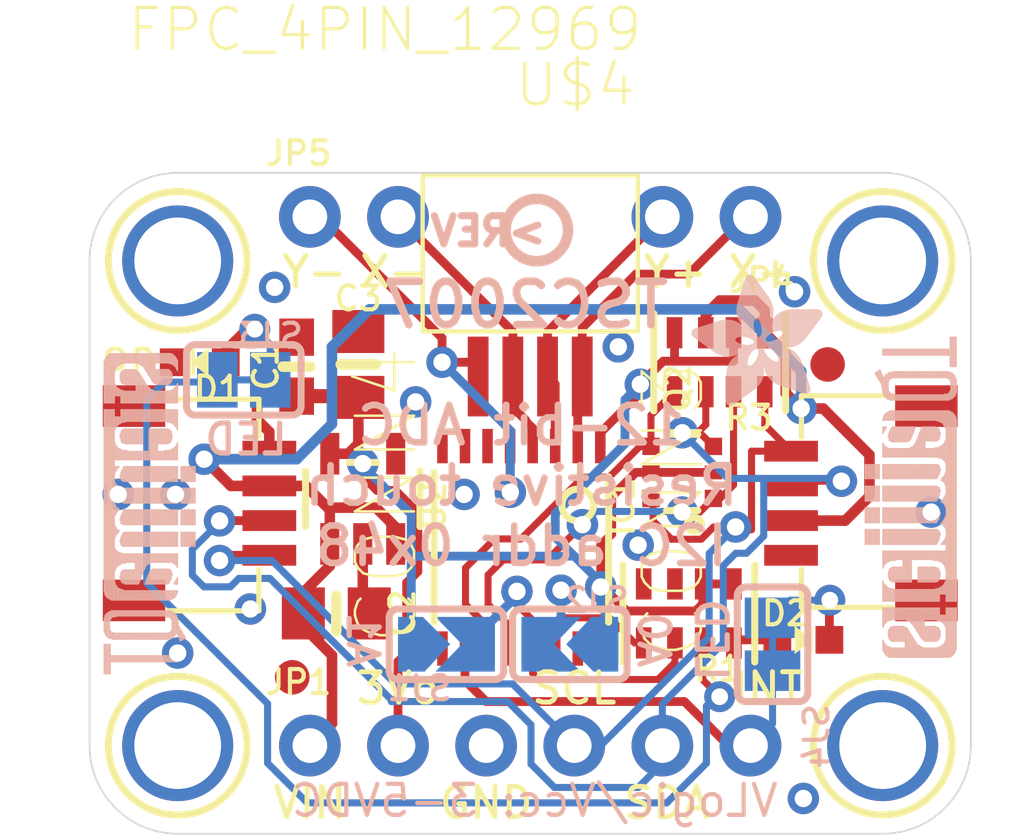
<source format=kicad_pcb>
(kicad_pcb (version 20211014) (generator pcbnew)
  (layers (0 "F.Cu" signal) (31 "B.Cu" signal) (34 "B.Paste" user) (35 "F.Paste" user) (36 "B.SilkS" user "B.Silkscreen") (37 "F.SilkS" user "F.Silkscreen") (38 "B.Mask" user) (39 "F.Mask" user) (44 "Edge.Cuts" user))
  (net 0 "")
  (net 1 "GND")
  (net 2 "SDA")
  (net 3 "SCL")
  (net 4 "SCL_3V")
  (net 5 "SDA_3V")
  (net 6 "3.3V")
  (net 7 "INT")
  (net 8 "VCC")
  (net 9 "N$1")
  (net 10 "Y+")
  (net 11 "Y-")
  (net 12 "X+")
  (net 13 "X-")
  (net 14 "A1")
  (net 15 "A0")
  (net 16 "N$2")
  (net 17 "N$3")
  (net 18 "N$4")
  (footprint "boardEagle:0603-NO" (layer "F.Cu") (at 141.7701 101.0666 90)
    (fp_text reference "C1" (at -0.762 -0.889 90) (layer "F.SilkS") (effects (font (size 0.692831 0.692831) (thickness 0.119969)) (justify left)))
    (fp_text value "0.1uF")
    (pad "1" smd rect (at -0.85 0 90) (size 1.075 1) (layers "F.Cu" "F.Paste" "F.Mask") (net 6 "3.3V"))
    (pad "2" smd rect (at 0.85 0 90) (size 1.075 1) (layers "F.Cu" "F.Paste" "F.Mask") (net 1 "GND"))
  )
  (footprint "boardEagle:RESPACK_4X0603" (layer "F.Cu") (at 153.9621 100.9396 180)
    (fp_text reference "R3" (at -1.6 -1.6) (layer "F.SilkS") (effects (font (size 0.692831 0.692831) (thickness 0.119969)) (justify right)))
    (fp_text value "10K")
    (pad "1" smd rect (at -1.3 0.85 180) (size 0.45 0.9) (layers "F.Cu" "F.Paste" "F.Mask") (net 8 "VCC"))
    (pad "2" smd rect (at -0.4 0.85 180) (size 0.45 0.9) (layers "F.Cu" "F.Paste" "F.Mask") (net 6 "3.3V"))
    (pad "3" smd rect (at 0.4 0.85 180) (size 0.45 0.9) (layers "F.Cu" "F.Paste" "F.Mask") (net 8 "VCC"))
    (pad "4" smd rect (at 1.3 0.85 180) (size 0.45 0.9) (layers "F.Cu" "F.Paste" "F.Mask") (net 6 "3.3V"))
    (pad "5" smd rect (at 1.3 -0.85 180) (size 0.45 0.9) (layers "F.Cu" "F.Paste" "F.Mask") (net 5 "SDA_3V"))
    (pad "6" smd rect (at 0.4 -0.85 180) (size 0.45 0.9) (layers "F.Cu" "F.Paste" "F.Mask") (net 2 "SDA"))
    (pad "7" smd rect (at -0.4 -0.85 180) (size 0.45 0.9) (layers "F.Cu" "F.Paste" "F.Mask") (net 4 "SCL_3V"))
    (pad "8" smd rect (at -1.3 -0.85 180) (size 0.45 0.9) (layers "F.Cu" "F.Paste" "F.Mask") (net 3 "SCL"))
  )
  (footprint "boardEagle:MOUNTINGHOLE_2.5_PLATED" (layer "F.Cu") (at 158.6611 98.0186)
    (fp_text reference "U$17" hide)
    (fp_text value "MOUNTINGHOLE2.5" hide)
    (pad "P$1" thru_hole circle (at 0 0) (size 3.2 3.2) (drill 2.5) (layers *.Cu *.Mask))
  )
  (footprint "boardEagle:JST_SH4" (layer "F.Cu") (at 158.5341 105.0036 90)
    (fp_text reference "CONN3" (at -4.6 -5.9 90) (layer "F.SilkS") (effects (font (size 1.703222 1.703222) (thickness 0.074778)) (justify left)))
    (fp_text value "STEMMA_I2C_QT" hide)
    (pad "1" smd rect (at -1.5 -2.514 180) (size 1.55 0.6) (layers "F.Cu" "F.Paste" "F.Mask") (net 1 "GND"))
    (pad "2" smd rect (at -0.5 -2.514 180) (size 1.55 0.6) (layers "F.Cu" "F.Paste" "F.Mask") (net 8 "VCC"))
    (pad "3" smd rect (at 0.5 -2.514 180) (size 1.55 0.6) (layers "F.Cu" "F.Paste" "F.Mask") (net 2 "SDA"))
    (pad "4" smd rect (at 1.5 -2.514 180) (size 1.55 0.6) (layers "F.Cu" "F.Paste" "F.Mask") (net 3 "SCL"))
    (pad "MT1" smd rect (at -2.8 1.386 180) (size 1.8 1.2) (layers "F.Cu" "F.Paste" "F.Mask") (net 1 "GND"))
    (pad "MT2" smd rect (at 2.8 1.386 180) (size 1.8 1.2) (layers "F.Cu" "F.Paste" "F.Mask") (net 1 "GND"))
  )
  (footprint "boardEagle:FPC_CONN_1MM_DUAL_4P" (layer "F.Cu") (at 148.5011 100.0506 180)
    (fp_text reference "U$4" (at -3.1 7.1) (layer "F.SilkS") (effects (font (size 1.176528 1.176528) (thickness 0.093472)) (justify right)))
    (fp_text value "FPC_4PIN_12969" (at -3.3 8.7) (layer "F.SilkS") (effects (font (size 1.176528 1.176528) (thickness 0.093472)) (justify right)))
    (pad "1" smd rect (at -1.5 -1.3 270) (size 2.3 0.6) (layers "F.Cu" "F.Paste" "F.Mask") (net 12 "X+"))
    (pad "2" smd rect (at -0.5 -1.3 270) (size 2.3 0.6) (layers "F.Cu" "F.Paste" "F.Mask") (net 10 "Y+"))
    (pad "3" smd rect (at 0.5 -1.3 270) (size 2.3 0.6) (layers "F.Cu" "F.Paste" "F.Mask") (net 13 "X-"))
    (pad "4" smd rect (at 1.5 -1.3 270) (size 2.3 0.6) (layers "F.Cu" "F.Paste" "F.Mask") (net 11 "Y-"))
  )
  (footprint "boardEagle:FIDUCIAL_1MM" (layer "F.Cu") (at 141.6431 110.0201)
    (fp_text reference "FID3" hide)
    (fp_text value "FIDUCIAL_1MM" hide)
    (pad "1" smd roundrect (at 0 0) (size 1 1) (layers "F.Cu" "F.Mask") (roundrect_rratio 0.5))
  )
  (footprint "boardEagle:FIDUCIAL_1MM" (layer "F.Cu") (at 157.0736 101.0031)
    (fp_text reference "FID4" hide)
    (fp_text value "FIDUCIAL_1MM" hide)
    (pad "1" smd roundrect (at 0 0) (size 1 1) (layers "F.Cu" "F.Mask") (roundrect_rratio 0.5))
  )
  (footprint "boardEagle:CHIPLED_0603_NOOUTLINE" (layer "F.Cu") (at 138.9761 100.9396 90)
    (fp_text reference "D1" (at -0.762 1.27) (layer "F.SilkS") (effects (font (size 0.692831 0.692831) (thickness 0.119969)) (justify right)))
    (fp_text value "GREEN")
    (pad "A" smd rect (at 0 0.75 90) (size 0.8 0.8) (layers "F.Cu" "F.Paste" "F.Mask") (net 16 "N$2"))
    (pad "C" smd rect (at 0 -0.75 90) (size 0.8 0.8) (layers "F.Cu" "F.Paste" "F.Mask") (net 1 "GND"))
  )
  (footprint "boardEagle:SOT363" (layer "F.Cu") (at 152.8826 104.1146 90)
    (fp_text reference "Q2" (at 1.651 -0.127 90) (layer "F.SilkS") (effects (font (size 0.692831 0.692831) (thickness 0.119969)) (justify left)))
    (fp_text value "BSS138")
    (pad "1" smd rect (at -0.75 0.9 90) (size 0.5 0.5) (layers "F.Cu" "F.Paste" "F.Mask") (net 4 "SCL_3V"))
    (pad "2" smd rect (at 0 0.9 90) (size 0.4 0.5) (layers "F.Cu" "F.Paste" "F.Mask") (net 6 "3.3V"))
    (pad "3" smd rect (at 0.75 0.9 90) (size 0.5 0.5) (layers "F.Cu" "F.Paste" "F.Mask") (net 2 "SDA"))
    (pad "4" smd rect (at 0.75 -0.9 90) (size 0.5 0.5) (layers "F.Cu" "F.Paste" "F.Mask") (net 5 "SDA_3V"))
    (pad "5" smd rect (at 0 -0.9 90) (size 0.4 0.5) (layers "F.Cu" "F.Paste" "F.Mask") (net 6 "3.3V"))
    (pad "6" smd rect (at -0.75 -0.9 90) (size 0.5 0.5) (layers "F.Cu" "F.Paste" "F.Mask") (net 3 "SCL"))
  )
  (footprint "boardEagle:1X06_ROUND_70" (layer "F.Cu") (at 148.5011 111.9886)
    (fp_text reference "JP1" (at -7.6962 -1.8288) (layer "F.SilkS") (effects (font (size 0.692831 0.692831) (thickness 0.119969)) (justify left)))
    (fp_text value "")
    (pad "1" thru_hole circle (at -6.35 0 90) (size 1.778 1.778) (drill 1) (layers *.Cu *.Mask) (net 8 "VCC"))
    (pad "2" thru_hole circle (at -3.81 0 90) (size 1.778 1.778) (drill 1) (layers *.Cu *.Mask) (net 6 "3.3V"))
    (pad "3" thru_hole circle (at -1.27 0 90) (size 1.778 1.778) (drill 1) (layers *.Cu *.Mask) (net 1 "GND"))
    (pad "4" thru_hole circle (at 1.27 0 90) (size 1.778 1.778) (drill 1) (layers *.Cu *.Mask) (net 3 "SCL"))
    (pad "5" thru_hole circle (at 3.81 0 90) (size 1.778 1.778) (drill 1) (layers *.Cu *.Mask) (net 2 "SDA"))
    (pad "6" thru_hole circle (at 6.35 0 90) (size 1.778 1.778) (drill 1) (layers *.Cu *.Mask) (net 7 "INT"))
  )
  (footprint "boardEagle:1X02_ROUND" (layer "F.Cu") (at 143.4211 96.7486)
    (fp_text reference "JP5" (at -2.6162 -1.8288) (layer "F.SilkS") (effects (font (size 0.692831 0.692831) (thickness 0.119969)) (justify left)))
    (fp_text value "")
    (pad "1" thru_hole circle (at -1.27 0 90) (size 1.778 1.778) (drill 1) (layers *.Cu *.Mask) (net 11 "Y-"))
    (pad "2" thru_hole circle (at 1.27 0 90) (size 1.778 1.778) (drill 1) (layers *.Cu *.Mask) (net 13 "X-"))
  )
  (footprint "boardEagle:1X02_ROUND" (layer "F.Cu") (at 153.5811 96.7486 180)
    (fp_text reference "JP4" (at -2.6162 -1.8288) (layer "F.SilkS") (effects (font (size 0.692831 0.692831) (thickness 0.119969)) (justify right)))
    (fp_text value "")
    (pad "1" thru_hole circle (at -1.27 0 270) (size 1.778 1.778) (drill 1) (layers *.Cu *.Mask) (net 12 "X+"))
    (pad "2" thru_hole circle (at 1.27 0 270) (size 1.778 1.778) (drill 1) (layers *.Cu *.Mask) (net 10 "Y+"))
  )
  (footprint "boardEagle:MOUNTINGHOLE_2.5_PLATED" (layer "F.Cu") (at 138.3411 98.0186)
    (fp_text reference "U$1" hide)
    (fp_text value "MOUNTINGHOLE2.5" hide)
    (pad "P$1" thru_hole circle (at 0 0) (size 3.2 3.2) (drill 2.5) (layers *.Cu *.Mask))
  )
  (footprint "boardEagle:0805-NO" (layer "F.Cu") (at 142.9131 108.1786)
    (fp_text reference "C2" (at 1.905 -0.762 90) (layer "F.SilkS") (effects (font (size 0.692831 0.692831) (thickness 0.119969)) (justify right)))
    (fp_text value "10uF")
    (pad "1" smd rect (at -0.95 0) (size 1.24 1.5) (layers "F.Cu" "F.Paste" "F.Mask") (net 8 "VCC"))
    (pad "2" smd rect (at 0.95 0) (size 1.24 1.5) (layers "F.Cu" "F.Paste" "F.Mask") (net 1 "GND"))
  )
  (footprint "boardEagle:CHIPLED_0603_NOOUTLINE" (layer "F.Cu") (at 156.3751 108.9406 -90)
    (fp_text reference "D2" (at -0.762 1.27) (layer "F.SilkS") (effects (font (size 0.692831 0.692831) (thickness 0.119969)) (justify left)))
    (fp_text value "RED")
    (pad "A" smd rect (at 0 0.75 270) (size 0.8 0.8) (layers "F.Cu" "F.Paste" "F.Mask") (net 17 "N$3"))
    (pad "C" smd rect (at 0 -0.75 270) (size 0.8 0.8) (layers "F.Cu" "F.Paste" "F.Mask") (net 18 "N$4"))
  )
  (footprint "boardEagle:TSSOP16" (layer "F.Cu") (at 148.2471 106.2736 180)
    (fp_text reference "IC1" (at -2.8956 2.0828 90) (layer "F.SilkS") (effects (font (size 0.692831 0.692831) (thickness 0.119969)) (justify right)))
    (fp_text value "TSC2007PW")
    (pad "1" smd rect (at -2.275 2.9178 180) (size 0.3048 0.9906) (layers "F.Cu" "F.Paste" "F.Mask") (net 6 "3.3V"))
    (pad "2" smd rect (at -1.625 2.9178 180) (size 0.3048 0.9906) (layers "F.Cu" "F.Paste" "F.Mask") (net 12 "X+"))
    (pad "3" smd rect (at -0.975 2.9178 180) (size 0.3048 0.9906) (layers "F.Cu" "F.Paste" "F.Mask") (net 10 "Y+"))
    (pad "4" smd rect (at -0.325 2.9178 180) (size 0.3048 0.9906) (layers "F.Cu" "F.Paste" "F.Mask") (net 13 "X-"))
    (pad "5" smd rect (at 0.325 2.9178 180) (size 0.3048 0.9906) (layers "F.Cu" "F.Paste" "F.Mask") (net 11 "Y-"))
    (pad "6" smd rect (at 0.975 2.9178 180) (size 0.3048 0.9906) (layers "F.Cu" "F.Paste" "F.Mask") (net 1 "GND"))
    (pad "7" smd rect (at 1.625 2.9178 180) (size 0.3048 0.9906) (layers "F.Cu" "F.Paste" "F.Mask"))
    (pad "8" smd rect (at 2.275 2.9178 180) (size 0.3048 0.9906) (layers "F.Cu" "F.Paste" "F.Mask"))
    (pad "9" smd rect (at 2.275 -2.9178 180) (size 0.3048 0.9906) (layers "F.Cu" "F.Paste" "F.Mask"))
    (pad "10" smd rect (at 1.625 -2.9178 180) (size 0.3048 0.9906) (layers "F.Cu" "F.Paste" "F.Mask") (net 7 "INT"))
    (pad "11" smd rect (at 0.975 -2.9178 180) (size 0.3048 0.9906) (layers "F.Cu" "F.Paste" "F.Mask") (net 5 "SDA_3V"))
    (pad "12" smd rect (at 0.325 -2.9178 180) (size 0.3048 0.9906) (layers "F.Cu" "F.Paste" "F.Mask") (net 4 "SCL_3V"))
    (pad "13" smd rect (at -0.325 -2.9178 180) (size 0.3048 0.9906) (layers "F.Cu" "F.Paste" "F.Mask") (net 14 "A1"))
    (pad "14" smd rect (at -0.975 -2.9178 180) (size 0.3048 0.9906) (layers "F.Cu" "F.Paste" "F.Mask") (net 15 "A0"))
    (pad "15" smd rect (at -1.625 -2.9178 180) (size 0.3048 0.9906) (layers "F.Cu" "F.Paste" "F.Mask"))
    (pad "16" smd rect (at -2.275 -2.9178 180) (size 0.3048 0.9906) (layers "F.Cu" "F.Paste" "F.Mask"))
  )
  (footprint "boardEagle:MOUNTINGHOLE_2.5_PLATED" (layer "F.Cu") (at 158.6611 111.9886)
    (fp_text reference "U$21" hide)
    (fp_text value "MOUNTINGHOLE2.5" hide)
    (pad "P$1" thru_hole circle (at 0 0) (size 3.2 3.2) (drill 2.5) (layers *.Cu *.Mask))
  )
  (footprint "boardEagle:0805-NO" (layer "F.Cu") (at 143.5481 101.0031 90)
    (fp_text reference "C3" (at 1.905 -0.762) (layer "F.SilkS") (effects (font (size 0.692831 0.692831) (thickness 0.119969)) (justify left)))
    (fp_text value "10uF")
    (pad "1" smd rect (at -0.95 0 90) (size 1.24 1.5) (layers "F.Cu" "F.Paste" "F.Mask") (net 6 "3.3V"))
    (pad "2" smd rect (at 0.95 0 90) (size 1.24 1.5) (layers "F.Cu" "F.Paste" "F.Mask") (net 1 "GND"))
  )
  (footprint "boardEagle:RESPACK_4X0603" (layer "F.Cu") (at 153.0731 108.1786 180)
    (fp_text reference "R1" (at -1.6 -1.6) (layer "F.SilkS") (effects (font (size 0.692831 0.692831) (thickness 0.119969)) (justify right)))
    (fp_text value "10K")
    (pad "1" smd rect (at -1.3 0.85 180) (size 0.45 0.9) (layers "F.Cu" "F.Paste" "F.Mask") (net 6 "3.3V"))
    (pad "2" smd rect (at -0.4 0.85 180) (size 0.45 0.9) (layers "F.Cu" "F.Paste" "F.Mask") (net 6 "3.3V"))
    (pad "3" smd rect (at 0.4 0.85 180) (size 0.45 0.9) (layers "F.Cu" "F.Paste" "F.Mask") (net 1 "GND"))
    (pad "4" smd rect (at 1.3 0.85 180) (size 0.45 0.9) (layers "F.Cu" "F.Paste" "F.Mask") (net 1 "GND"))
    (pad "5" smd rect (at 1.3 -0.85 180) (size 0.45 0.9) (layers "F.Cu" "F.Paste" "F.Mask") (net 15 "A0"))
    (pad "6" smd rect (at 0.4 -0.85 180) (size 0.45 0.9) (layers "F.Cu" "F.Paste" "F.Mask") (net 14 "A1"))
    (pad "7" smd rect (at -0.4 -0.85 180) (size 0.45 0.9) (layers "F.Cu" "F.Paste" "F.Mask") (net 9 "N$1"))
    (pad "8" smd rect (at -1.3 -0.85 180) (size 0.45 0.9) (layers "F.Cu" "F.Paste" "F.Mask") (net 17 "N$3"))
  )
  (footprint "boardEagle:SOT23-5" (layer "F.Cu") (at 143.6751 104.8766)
    (fp_text reference "U2" (at 2.032 -0.562 90) (layer "F.SilkS") (effects (font (size 0.692831 0.692831) (thickness 0.119969)) (justify right)))
    (fp_text value "AP2112K-3.3")
    (pad "1" smd rect (at -0.95 1.3001) (size 0.55 1.2) (layers "F.Cu" "F.Paste" "F.Mask") (net 8 "VCC"))
    (pad "2" smd rect (at 0 1.3001) (size 0.55 1.2) (layers "F.Cu" "F.Paste" "F.Mask") (net 1 "GND"))
    (pad "3" smd rect (at 0.95 1.3001) (size 0.55 1.2) (layers "F.Cu" "F.Paste" "F.Mask") (net 8 "VCC"))
    (pad "4" smd rect (at 0.95 -1.3001) (size 0.55 1.2) (layers "F.Cu" "F.Paste" "F.Mask"))
    (pad "5" smd rect (at -0.95 -1.3001) (size 0.55 1.2) (layers "F.Cu" "F.Paste" "F.Mask") (net 6 "3.3V"))
  )
  (footprint "boardEagle:JST_SH4" (layer "F.Cu") (at 138.4681 105.0036 -90)
    (fp_text reference "CONN4" (at -4.6 -5.9 90) (layer "F.SilkS") (effects (font (size 1.703222 1.703222) (thickness 0.074778)) (justify right)))
    (fp_text value "STEMMA_I2C_QT" hide)
    (pad "1" smd rect (at -1.5 -2.514) (size 1.55 0.6) (layers "F.Cu" "F.Paste" "F.Mask") (net 1 "GND"))
    (pad "2" smd rect (at -0.5 -2.514) (size 1.55 0.6) (layers "F.Cu" "F.Paste" "F.Mask") (net 8 "VCC"))
    (pad "3" smd rect (at 0.5 -2.514) (size 1.55 0.6) (layers "F.Cu" "F.Paste" "F.Mask") (net 2 "SDA"))
    (pad "4" smd rect (at 1.5 -2.514) (size 1.55 0.6) (layers "F.Cu" "F.Paste" "F.Mask") (net 3 "SCL"))
    (pad "MT1" smd rect (at -2.8 1.386) (size 1.8 1.2) (layers "F.Cu" "F.Paste" "F.Mask") (net 1 "GND"))
    (pad "MT2" smd rect (at 2.8 1.386) (size 1.8 1.2) (layers "F.Cu" "F.Paste" "F.Mask") (net 1 "GND"))
  )
  (footprint "boardEagle:MOUNTINGHOLE_2.5_PLATED" (layer "F.Cu") (at 138.3411 111.9886)
    (fp_text reference "U$19" hide)
    (fp_text value "MOUNTINGHOLE2.5" hide)
    (pad "P$1" thru_hole circle (at 0 0) (size 3.2 3.2) (drill 2.5) (layers *.Cu *.Mask))
  )
  (footprint "boardEagle:SOLDERJUMPER_ARROW_NOPASTE" (layer "B.Cu") (at 149.6441 109.0676 180)
    (fp_text reference "SJ2" (at -1.778 1.27) (layer "B.SilkS") (effects (font (size 0.692831 0.692831) (thickness 0.119969)) (justify left mirror)))
    (fp_text value "")
    (fp_poly (pts (xy 0.106121 -0.002663) (xy -0.679416 -0.7882) (xy -1.3946 -0.7882) (xy -1.3946 0.7882) (xy -0.62715 0.7882)) (layer "B.Cu") (width 0) (fill solid))
    (fp_poly (pts (xy 1.3946 -0.7882) (xy -0.315893 -0.7882) (xy 0.443148 0) (xy -0.315893 0.7882) (xy 1.3946 0.7882)) (layer "B.Cu") (width 0) (fill solid))
    (pad "1" smd roundrect (at -1.016 0 180) (size 0.762 1.524) (layers "B.Cu") (net 6 "3.3V"))
    (pad "2" smd roundrect (at 1.016 0 180) (size 0.762 1.524) (layers "B.Cu") (net 15 "A0"))
  )
  (footprint "boardEagle:STEMMAQT" (layer "B.Cu") (at 158.1531 109.4486 90)
    (fp_text reference "U$30" hide)
    (fp_text value "" hide)
  )
  (footprint "boardEagle:SOLDERJUMPER_ARROW_NOPASTE" (layer "B.Cu") (at 146.0881 109.0676)
    (fp_text reference "SJ1" (at -1.778 1.27) (layer "B.SilkS") (effects (font (size 0.692831 0.692831) (thickness 0.119969)) (justify right mirror)))
    (fp_text value "")
    (fp_poly (pts (xy 0.106121 -0.002663) (xy -0.679416 -0.7882) (xy -1.3946 -0.7882) (xy -1.3946 0.7882) (xy -0.62715 0.7882)) (layer "B.Cu") (width 0) (fill solid))
    (fp_poly (pts (xy 1.3946 -0.7882) (xy -0.315893 -0.7882) (xy 0.443148 0) (xy -0.315893 0.7882) (xy 1.3946 0.7882)) (layer "B.Cu") (width 0) (fill solid))
    (pad "1" smd roundrect (at -1.016 0) (size 0.762 1.524) (layers "B.Cu") (net 6 "3.3V"))
    (pad "2" smd roundrect (at 1.016 0) (size 0.762 1.524) (layers "B.Cu") (net 14 "A1"))
  )
  (footprint "boardEagle:SOLDERJUMPER_CLOSEDWIRE" (layer "B.Cu") (at 140.2461 101.4476 180)
    (fp_text reference "SJ3" (at -1.778 1.27) (layer "B.SilkS") (effects (font (size 0.692831 0.692831) (thickness 0.119969)) (justify left mirror)))
    (fp_text value "")
    (pad "1" smd rect (at -0.762 0 180) (size 1.1684 1.6002) (layers "B.Cu") (net 16 "N$2"))
    (pad "2" smd rect (at 0.762 0 180) (size 1.1684 1.6002) (layers "B.Cu") (net 9 "N$1"))
    (pad "WIRE" smd rect (at 0 0) (size 0.635 0.2032) (layers "B.Cu"))
  )
  (footprint "boardEagle:ADAFRUIT_3.5MM" (layer "B.Cu") (at 156.9466 102.2096 180)
    (fp_text reference "U$12" hide)
    (fp_text value "" hide)
  )
  (footprint "boardEagle:SOLDERJUMPER_CLOSEDWIRE" (layer "B.Cu") (at 155.4861 109.0676 90)
    (fp_text reference "SJ4" (at -1.651 1.27 90) (layer "B.SilkS") (effects (font (size 0.692831 0.692831) (thickness 0.119969)) (justify left mirror)))
    (fp_text value "")
    (pad "1" smd rect (at -0.762 0 90) (size 1.1684 1.6002) (layers "B.Cu") (net 7 "INT"))
    (pad "2" smd rect (at 0.762 0 90) (size 1.1684 1.6002) (layers "B.Cu") (net 18 "N$4"))
    (pad "WIRE" smd rect (at 0 0 270) (size 0.635 0.2032) (layers "B.Cu"))
  )
  (footprint "boardEagle:PCBFEAT-REV-040" (layer "B.Cu") (at 148.6916 97.1296 180)
    (fp_text reference "U$25" hide)
    (fp_text value "" hide)
    (fp_text user ">REV" (at -0.3556 -0.508) (layer "B.SilkS") (effects (font (size 0.8128 0.8128) (thickness 0.2032)) (justify left bottom mirror)))
  )
  (footprint "boardEagle:STEMMAQT" (layer "B.Cu") (at 138.8491 100.6856 -90)
    (fp_text reference "U$31" hide)
    (fp_text value "" hide)
  )
  (gr_arc (start 138.3411 114.5286) (mid 136.545049 113.784651) (end 135.8011 111.9886) (layer "Edge.Cuts") (width 0.05))
  (gr_arc (start 158.6611 95.4786) (mid 160.457151 96.222549) (end 161.2011 98.0186) (layer "Edge.Cuts") (width 0.05))
  (gr_arc (start 161.2011 111.9886) (mid 160.457151 113.784651) (end 158.6611 114.5286) (layer "Edge.Cuts") (width 0.05))
  (gr_line (start 138.3411 114.5286) (end 158.6611 114.5286) (layer "Edge.Cuts") (width 0.05))
  (gr_line (start 135.8011 98.0186) (end 135.8011 111.9886) (layer "Edge.Cuts") (width 0.05))
  (gr_line (start 161.2011 111.9886) (end 161.2011 98.0186) (layer "Edge.Cuts") (width 0.05))
  (gr_arc (start 135.8011 98.0186) (mid 136.545049 96.222549) (end 138.3411 95.4786) (layer "Edge.Cuts") (width 0.05))
  (gr_line (start 158.6611 95.4786) (end 138.3411 95.4786) (layer "Edge.Cuts") (width 0.05))
  (gr_text "LED" (at 140.3096 103.1621) (layer "B.SilkS") (effects (font (size 0.8636 0.8636) (thickness 0.1524)) (justify mirror)))
  (gr_text "TSC2007" (at 148.3741 99.2886) (layer "B.SilkS") (effects (font (size 1.25222 1.25222) (thickness 0.22098)) (justify mirror)))
  (gr_text "12-bit ADC\nResistive touch\nI2C addr 0x48" (at 148.2471 104.4956) (layer "B.SilkS") (effects (font (size 1.0795 1.0795) (thickness 0.1905)) (justify mirror)))
  (gr_text "VLogic/Vcc: 3-5VDC" (at 148.6281 113.5761) (layer "B.SilkS") (effects (font (size 0.89408 0.89408) (thickness 0.12192)) (justify mirror)))
  (gr_text "A0" (at 152.0571 108.9406 -90) (layer "B.SilkS") (effects (font (size 0.8636 0.8636) (thickness 0.1524)) (justify mirror)))
  (gr_text "LED" (at 153.7081 108.9406 -90) (layer "B.SilkS") (effects (font (size 0.8636 0.8636) (thickness 0.1524)) (justify mirror)))
  (gr_text "A1" (at 143.6751 108.9406 -90) (layer "B.SilkS") (effects (font (size 0.8636 0.8636) (thickness 0.1524)) (justify mirror)))
  (gr_text "Y+" (at 152.6921 98.3361) (layer "F.SilkS") (effects (font (size 0.8636 0.8636) (thickness 0.1524))))
  (gr_text "GND" (at 147.2311 113.6396) (layer "F.SilkS") (effects (font (size 0.87376 0.87376) (thickness 0.14224))))
  (gr_text "VIN" (at 142.1511 113.6396) (layer "F.SilkS") (effects (font (size 0.87376 0.87376) (thickness 0.14224))))
  (gr_text "X-" (at 144.5641 98.3361) (layer "F.SilkS") (effects (font (size 0.8636 0.8636) (thickness 0.1524))))
  (gr_text "X+" (at 155.1686 98.3361) (layer "F.SilkS") (effects (font (size 0.8636 0.8636) (thickness 0.1524))))
  (gr_text "SCL" (at 149.7711 110.3376) (layer "F.SilkS") (effects (font (size 0.87376 0.87376) (thickness 0.14224))))
  (gr_text "INT" (at 155.3591 110.3376) (layer "F.SilkS") (effects (font (size 0.87376 0.87376) (thickness 0.14224))))
  (gr_text "Y-" (at 142.2781 98.3361) (layer "F.SilkS") (effects (font (size 0.8636 0.8636) (thickness 0.1524))))
  (gr_text "3Vo" (at 144.6911 110.3376) (layer "F.SilkS") (effects (font (size 0.87376 0.87376) (thickness 0.14224))))
  (gr_text "SDA" (at 152.4381 113.6396) (layer "F.SilkS") (effects (font (size 0.87376 0.87376) (thickness 0.14224))))
  (gr_text "on" (at 136.0551 101.2571) (layer "F.SilkS") (effects (font (size 0.89408 0.89408) (thickness 0.12192)) (justify left bottom)))
  (segment (start 140.9821 102.9456) (end 140.9821 103.5036) (width 0.3048) (layer "F.Cu") (net 1))
  (segment (start 143.6751 106.1767) (end 143.6751 107.9906) (width 0.3048) (layer "F.Cu") (net 1))
  (segment (start 141.7701 100.2166) (end 141.7311 100.2166) (width 0.3048) (layer "F.Cu") (net 1))
  (segment (start 155.711096 106.5296) (end 155.6651 106.5296) (width 0.3048) (layer "F.Cu") (net 1))
  (segment (start 155.6911 106.5036) (end 156.0201 106.5036) (width 0.3048) (layer "F.Cu") (net 1))
  (segment (start 140.6271 102.5906) (end 140.9821 102.9456) (width 0.3048) (layer "F.Cu") (net 1))
  (segment (start 155.6911 106.5036) (end 155.6651 106.5296) (width 0.3048) (layer "F.Cu") (net 1))
  (segment (start 140.6271 101.3206) (end 140.6271 102.5906) (width 0.3048) (layer "F.Cu") (net 1))
  (segment (start 141.7311 100.2166) (end 140.6271 101.3206) (width 0.3048) (layer "F.Cu") (net 1))
  (segment (start 143.6751 107.9906) (end 143.8631 108.1786) (width 0.3048) (layer "F.Cu") (net 1))
  (via (at 156.3751 113.5126) (size 0.9064) (drill 0.5) (layers "F.Cu" "B.Cu") (net 1))
  (via (at 141.1351 98.7806) (size 0.9064) (drill 0.5) (layers "F.Cu" "B.Cu") (net 1))
  (via (at 138.3411 109.3216) (size 0.9064) (drill 0.5) (layers "F.Cu" "B.Cu") (net 1))
  (via (at 156.1211 98.9076) (size 0.9064) (drill 0.5) (layers "F.Cu" "B.Cu") (net 1))
  (via (at 136.6266 104.7496) (size 0.9064) (drill 0.5) (layers "F.Cu" "B.Cu") (net 1))
  (via (at 151.0411 100.4951) (size 0.9064) (drill 0.5) (layers "F.Cu" "B.Cu") (net 1))
  (via (at 140.4366 108.0516) (size 0.9064) (drill 0.5) (layers "F.Cu" "B.Cu") (net 1))
  (via (at 146.5961 104.7496) (size 0.9064) (drill 0.5) (layers "F.Cu" "B.Cu") (net 1))
  (via (at 151.6126 106.2101) (size 0.9064) (drill 0.5) (layers "F.Cu" "B.Cu") (net 1))
  (via (at 138.2776 104.7496) (size 0.9064) (drill 0.5) (layers "F.Cu" "B.Cu") (net 1))
  (via (at 160.0581 105.2576) (size 0.9064) (drill 0.5) (layers "F.Cu" "B.Cu") (net 1))
  (via (at 145.1991 102.0826) (size 0.9064) (drill 0.5) (layers "F.Cu" "B.Cu") (net 1))
  (segment (start 139.5556 105.5036) (end 139.5476 105.5116) (width 0.254) (layer "F.Cu") (net 2))
  (segment (start 156.0201 104.5036) (end 156.4011 104.5036) (width 0.254) (layer "F.Cu") (net 2))
  (segment (start 153.7826 103.3646) (end 153.3896 102.9716) (width 0.2032) (layer "F.Cu") (net 2))
  (segment (start 153.5621 101.7896) (end 153.5621 102.7366) (width 0.2032) (layer "F.Cu") (net 2))
  (segment (start 152.8826 102.9716) (end 153.3896 102.9716) (width 0.2032) (layer "F.Cu") (net 2))
  (segment (start 140.9821 105.5036) (end 139.5556 105.5036) (width 0.254) (layer "F.Cu") (net 2))
  (segment (start 156.5361 104.3686) (end 156.4011 104.5036) (width 0.254) (layer "F.Cu") (net 2))
  (segment (start 153.3271 102.9716) (end 152.8826 102.9716) (width 0.2032) (layer "F.Cu") (net 2))
  (segment (start 157.4713 104.3686) (end 156.5361 104.3686) (width 0.2032) (layer "F.Cu") (net 2))
  (segment (start 153.5621 102.7366) (end 153.3271 102.9716) (width 0.2032) (layer "F.Cu") (net 2))
  (via (at 157.4713 104.3686) (size 0.9064) (drill 0.5) (layers "F.Cu" "B.Cu") (net 2))
  (via (at 139.5476 105.5116) (size 0.9064) (drill 0.5) (layers "F.Cu" "B.Cu") (net 2))
  (via (at 152.8826 102.9716) (size 0.9064) (drill 0.5) (layers "F.Cu" "B.Cu") (net 2))
  (segment (start 152.8826 102.9716) (end 154.1994 104.2884) (width 0.2032) (layer "B.Cu") (net 2))
  (segment (start 144.5006 110.7186) (end 147.854518 110.7186) (width 0.2032) (layer "B.Cu") (net 2))
  (segment (start 152.3111 112.4966) (end 152.3111 111.9886) (width 0.254) (layer "B.Cu") (net 2))
  (segment (start 152.3111 111.9886) (end 152.3111 110.785338) (width 0.2032) (layer "B.Cu") (net 2))
  (segment (start 148.525006 112.520507) (end 149.1996 113.1951) (width 0.2032) (layer "B.Cu") (net 2))
  (segment (start 154.735718 106.444957) (end 155.2321 105.948575) (width 0.2032) (layer "B.Cu") (net 2))
  (segment (start 157.4713 104.3686) (end 157.2173 104.3686) (width 0.2032) (layer "B.Cu") (net 2))
  (segment (start 139.5476 105.5116) (end 139.5476 105.5467) (width 0.2032) (layer "B.Cu") (net 2))
  (segment (start 154.425743 106.444957) (end 154.735718 106.444957) (width 0.2032) (layer "B.Cu") (net 2))
  (segment (start 139.0991 107.4126) (end 139.861575 107.4126) (width 0.2032) (layer "B.Cu") (net 2))
  (segment (start 138.7642 106.3301) (end 138.7642 107.0777) (width 0.2032) (layer "B.Cu") (net 2))
  (segment (start 149.1996 113.1951) (end 151.6126 113.1951) (width 0.2032) (layer "B.Cu") (net 2))
  (segment (start 157.2173 104.3686) (end 157.1371 104.2884) (width 0.2032) (layer "B.Cu") (net 2))
  (segment (start 152.3111 110.785338) (end 154.066143 109.030294) (width 0.2032) (layer "B.Cu") (net 2))
  (segment (start 154.1994 104.2884) (end 155.2321 104.2884) (width 0.2032) (layer "B.Cu") (net 2))
  (segment (start 154.066143 106.804557) (end 154.425743 106.444957) (width 0.2032) (layer "B.Cu") (net 2))
  (segment (start 155.2321 105.948575) (end 155.2321 104.2884) (width 0.2032) (layer "B.Cu") (net 2))
  (segment (start 147.854518 110.7186) (end 148.525006 111.389088) (width 0.2032) (layer "B.Cu") (net 2))
  (segment (start 138.7642 107.0777) (end 139.0991 107.4126) (width 0.2032) (layer "B.Cu") (net 2))
  (segment (start 148.525006 111.389088) (end 148.525006 112.520507) (width 0.2032) (layer "B.Cu") (net 2))
  (segment (start 140.103606 107.170569) (end 141.000131 107.170569) (width 0.2032) (layer "B.Cu") (net 2))
  (segment (start 151.6126 113.1951) (end 152.3111 112.4966) (width 0.2032) (layer "B.Cu") (net 2))
  (segment (start 139.5476 105.5467) (end 138.7642 106.3301) (width 0.2032) (layer "B.Cu") (net 2))
  (segment (start 139.861575 107.4126) (end 140.103606 107.170569) (width 0.2032) (layer "B.Cu") (net 2))
  (segment (start 154.066143 109.030294) (end 154.066143 106.804557) (width 0.2032) (layer "B.Cu") (net 2))
  (segment (start 155.2321 104.2884) (end 157.1371 104.2884) (width 0.2032) (layer "B.Cu") (net 2))
  (segment (start 144.5006 110.671038) (end 144.5006 110.7186) (width 0.2032) (layer "B.Cu") (net 2))
  (segment (start 141.000131 107.170569) (end 144.5006 110.671038) (width 0.2032) (layer "B.Cu") (net 2))
  (segment (start 153.786743 105.686957) (end 153.4327 106.041) (width 0.2032) (layer "F.Cu") (net 3))
  (segment (start 154.881096 103.5036) (end 154.881096 105.765891) (width 0.2032) (layer "F.Cu") (net 3))
  (segment (start 156.0201 103.5036) (end 154.881096 103.5036) (width 0.2032) (layer "F.Cu") (net 3))
  (segment (start 154.421743 105.686957) (end 154.500678 105.765891) (width 0.2032) (layer "F.Cu") (net 3))
  (segment (start 152.0461 104.9281) (end 151.9826 104.8646) (width 0.2032) (layer "F.Cu") (net 3))
  (segment (start 153.4327 106.041) (end 152.5755 106.041) (width 0.2032) (layer "F.Cu") (net 3))
  (segment (start 140.9821 106.5036) (end 139.6986 106.5036) (width 0.254) (layer "F.Cu") (net 3))
  (segment (start 155.2621 101.7896) (end 155.2621 102.7456) (width 0.2032) (layer "F.Cu") (net 3))
  (segment (start 155.2621 102.7456) (end 156.0201 103.5036) (width 0.2032) (layer "F.Cu") (net 3))
  (segment (start 152.0461 104.9281) (end 152.0461 105.5116) (width 0.2032) (layer "F.Cu") (net 3))
  (segment (start 154.421743 105.686957) (end 153.786743 105.686957) (width 0.2032) (layer "F.Cu") (net 3))
  (segment (start 139.6986 106.5036) (end 139.5476 106.6546) (width 0.254) (layer "F.Cu") (net 3))
  (segment (start 152.0461 105.5116) (end 152.5755 106.041) (width 0.2032) (layer "F.Cu") (net 3))
  (segment (start 154.881096 105.765891) (end 154.500678 105.765891) (width 0.2032) (layer "F.Cu") (net 3))
  (via (at 154.421743 105.686957) (size 0.9064) (drill 0.5) (layers "F.Cu" "B.Cu") (net 3))
  (via (at 139.5476 106.6546) (size 0.9064) (drill 0.5) (layers "F.Cu" "B.Cu") (net 3))
  (segment (start 149.7711 111.9886) (end 147.9931 110.2106) (width 0.2032) (layer "B.Cu") (net 3))
  (segment (start 147.9931 110.2106) (end 144.6149 110.2106) (width 0.2032) (layer "B.Cu") (net 3))
  (segment (start 150.5331 111.9886) (end 153.659743 108.861957) (width 0.2032) (layer "B.Cu") (net 3))
  (segment (start 139.5476 106.6546) (end 141.0589 106.6546) (width 0.2032) (layer "B.Cu") (net 3))
  (segment (start 153.659743 106.448957) (end 153.659743 108.861957) (width 0.2032) (layer "B.Cu") (net 3))
  (segment (start 149.7711 111.9886) (end 150.5331 111.9886) (width 0.2032) (layer "B.Cu") (net 3))
  (segment (start 144.6149 110.2106) (end 141.0589 106.6546) (width 0.2032) (layer "B.Cu") (net 3))
  (segment (start 154.421743 105.686957) (end 153.659743 106.448957) (width 0.2032) (layer "B.Cu") (net 3))
  (segment (start 147.9221 109.1914) (end 147.9221 108.5564) (width 0.254) (layer "F.Cu") (net 4))
  (segment (start 154.3621 104.4766) (end 153.9741 104.8646) (width 0.2032) (layer "F.Cu") (net 4))
  (segment (start 147.2871 107.0715) (end 147.2871 107.9214) (width 0.2032) (layer "F.Cu") (net 4))
  (segment (start 154.3621 101.7896) (end 154.3621 104.4766) (width 0.2032) (layer "F.Cu") (net 4))
  (segment (start 148.99155 106.63705) (end 147.72155 106.63705) (width 0.2032) (layer "F.Cu") (net 4))
  (segment (start 152.8826 105.2576) (end 153.3896 105.2576) (width 0.2032) (layer "F.Cu") (net 4))
  (segment (start 148.99155 106.63705) (end 150.00755 105.62105) (width 0.2032) (layer "F.Cu") (net 4))
  (segment (start 153.9741 104.8646) (end 153.7826 104.8646) (width 0.2032) (layer "F.Cu") (net 4))
  (segment (start 147.9221 108.5564) (end 147.2871 107.9214) (width 0.2032) (layer "F.Cu") (net 4))
  (segment (start 153.7826 104.8646) (end 153.3896 105.2576) (width 0.2032) (layer "F.Cu") (net 4))
  (segment (start 147.72155 106.63705) (end 147.2871 107.0715) (width 0.2032) (layer "F.Cu") (net 4))
  (via (at 152.8826 105.2576) (size 0.9064) (drill 0.5) (layers "F.Cu" "B.Cu") (net 4))
  (via (at 150.00755 105.62105) (size 0.9064) (drill 0.5) (layers "F.Cu" "B.Cu") (net 4))
  (segment (start 152.8826 105.2576) (end 152.86505 105.24005) (width 0.2032) (layer "B.Cu") (net 4))
  (segment (start 152.86505 105.24005) (end 150.38855 105.24005) (width 0.2032) (layer "B.Cu") (net 4))
  (segment (start 150.38855 105.24005) (end 150.00755 105.62105) (width 0.2032) (layer "B.Cu") (net 4))
  (segment (start 151.6651 103.3646) (end 150.7761 104.2536) (width 0.2032) (layer "F.Cu") (net 5))
  (segment (start 150.7761 104.2536) (end 150.0141 104.2536) (width 0.2032) (layer "F.Cu") (net 5))
  (segment (start 147.2721 108.5564) (end 146.6371 107.9214) (width 0.2032) (layer "F.Cu") (net 5))
  (segment (start 147.2721 109.1914) (end 147.2721 108.5564) (width 0.2032) (layer "F.Cu") (net 5))
  (segment (start 150.0141 104.2536) (end 148.2361 106.0316) (width 0.2032) (layer "F.Cu") (net 5))
  (segment (start 151.9826 103.3646) (end 151.6651 103.3646) (width 0.2032) (layer "F.Cu") (net 5))
  (segment (start 151.9826 102.4691) (end 151.9826 103.3646) (width 0.2032) (layer "F.Cu") (net 5))
  (segment (start 146.6371 106.8676) (end 146.6371 107.9214) (width 0.2032) (layer "F.Cu") (net 5))
  (segment (start 146.6371 106.8676) (end 147.4731 106.0316) (width 0.2032) (layer "F.Cu") (net 5))
  (segment (start 148.2361 106.0316) (end 147.4731 106.0316) (width 0.2032) (layer "F.Cu") (net 5))
  (segment (start 152.6621 101.7896) (end 151.9826 102.4691) (width 0.2032) (layer "F.Cu") (net 5))
  (segment (start 151.7992 101.6977) (end 150.5221 102.9748) (width 0.254) (layer "F.Cu") (net 6))
  (segment (start 154.3731 107.3286) (end 153.4731 107.3286) (width 0.254) (layer "F.Cu") (net 6))
  (segment (start 144.9403 109.319375) (end 144.6911 109.568575) (width 0.254) (layer "F.Cu") (net 6))
  (segment (start 150.592125 107.4166) (end 150.5331 107.4166) (width 0.254) (layer "F.Cu") (net 6))
  (segment (start 152.3333 100.9096) (end 152.6621 100.9096) (width 0.254) (layer "F.Cu") (net 6))
  (segment (start 150.8506 104.8131) (end 150.8506 105.8926) (width 0.254) (layer "F.Cu") (net 6))
  (segment (start 143.5481 101.9531) (end 143.5481 103.7336) (width 0.254) (layer "F.Cu") (net 6))
  (segment (start 151.9826 104.1146) (end 151.5491 104.1146) (width 0.254) (layer "F.Cu") (net 6))
  (segment (start 153.7826 104.1146) (end 151.9826 104.1146) (width 0.254) (layer "F.Cu") (net 6))
  (segment (start 154.3621 100.9096) (end 154.3621 100.0896) (width 0.254) (layer "F.Cu") (net 6))
  (segment (start 144.9403 107.2944) (end 145.2626 106.9721) (width 0.254) (layer "F.Cu") (net 6))
  (segment (start 153.4731 107.9056) (end 153.2699 108.1088) (width 0.254) (layer "F.Cu") (net 6))
  (segment (start 145.2626 106.9721) (end 145.2626 105.281725) (width 0.254) (layer "F.Cu") (net 6))
  (segment (start 152.6621 100.9096) (end 152.6621 100.0896) (width 0.254) (layer "F.Cu") (net 6))
  (segment (start 143.5116 101.9166) (end 141.7701 101.9166) (width 0.4064) (layer "F.Cu") (net 6))
  (segment (start 150.5331 107.4166) (end 150.5331 106.2101) (width 0.254) (layer "F.Cu") (net 6))
  (segment (start 151.5491 104.1146) (end 150.8506 104.8131) (width 0.254) (layer "F.Cu") (net 6))
  (segment (start 151.6761 101.5746) (end 151.6761 101.5668) (width 0.254) (layer "F.Cu") (net 6))
  (segment (start 152.6621 100.9096) (end 154.3621 100.9096) (width 0.254) (layer "F.Cu") (net 6))
  (segment (start 145.2626 105.281725) (end 144.614575 104.6337) (width 0.254) (layer "F.Cu") (net 6))
  (segment (start 150.5221 103.3558) (end 150.5221 102.9748) (width 0.254) (layer "F.Cu") (net 6))
  (segment (start 143.5481 103.2866) (end 143.5481 101.9531) (width 0.3048) (layer "F.Cu") (net 6))
  (segment (start 151.284325 108.1088) (end 150.592125 107.4166) (width 0.254) (layer "F.Cu") (net 6))
  (segment (start 152.3333 100.9096) (end 151.6761 101.5668) (width 0.254) (layer "F.Cu") (net 6))
  (segment (start 144.086325 104.6337) (end 143.6751 104.222475) (width 0.254) (layer "F.Cu") (net 6))
  (segment (start 143.6751 104.222475) (end 143.6751 103.8606) (width 0.254) (layer "F.Cu") (net 6))
  (segment (start 142.7251 103.5765) (end 143.2582 103.5765) (width 0.3048) (layer "F.Cu") (net 6))
  (segment (start 143.5481 103.2866) (end 143.2582 103.5765) (width 0.3048) (layer "F.Cu") (net 6))
  (segment (start 150.8506 105.8926) (end 150.5331 106.2101) (width 0.254) (layer "F.Cu") (net 6))
  (segment (start 143.5481 101.9531) (end 143.5116 101.9166) (width 0.4064) (layer "F.Cu") (net 6))
  (segment (start 151.6761 101.5746) (end 151.7992 101.6977) (width 0.254) (layer "F.Cu") (net 6))
  (segment (start 153.2699 108.1088) (end 151.284325 108.1088) (width 0.254) (layer "F.Cu") (net 6))
  (segment (start 144.6911 109.568575) (end 144.6911 111.9886) (width 0.254) (layer "F.Cu") (net 6))
  (segment (start 144.614575 104.6337) (end 144.086325 104.6337) (width 0.254) (layer "F.Cu") (net 6))
  (segment (start 153.4731 107.3286) (end 153.4731 107.9056) (width 0.254) (layer "F.Cu") (net 6))
  (segment (start 144.9403 107.2944) (end 144.9403 109.319375) (width 0.254) (layer "F.Cu") (net 6))
  (segment (start 143.6751 103.8606) (end 143.5481 103.7336) (width 0.254) (layer "F.Cu") (net 6))
  (via (at 151.6761 101.5746) (size 0.9064) (drill 0.5) (layers "F.Cu" "B.Cu") (net 6))
  (via (at 143.6751 103.8606) (size 0.9064) (drill 0.5) (layers "F.Cu" "B.Cu") (net 6))
  (via (at 150.5331 107.4166) (size 0.9064) (drill 0.5) (layers "F.Cu" "B.Cu") (net 6))
  (segment (start 151.2316 102.0191) (end 151.6761 101.5746) (width 0.254) (layer "B.Cu") (net 6))
  (segment (start 150.5331 107.2896) (end 149.7711 106.5276) (width 0.254) (layer "B.Cu") (net 6))
  (segment (start 145.0721 109.0676) (end 145.0721 106.6546) (width 0.254) (layer "B.Cu") (net 6))
  (segment (start 151.2316 102.0191) (end 151.2316 103.2891) (width 0.254) (layer "B.Cu") (net 6))
  (segment (start 143.6751 103.8606) (end 143.6751 103.9241) (width 0.254) (layer "B.Cu") (net 6))
  (segment (start 145.1991 106.5276) (end 149.7711 106.5276) (width 0.254) (layer "B.Cu") (net 6))
  (segment (start 145.0721 105.3211) (end 143.6751 103.9241) (width 0.254) (layer "B.Cu") (net 6))
  (segment (start 149.22415 105.98065) (end 149.22415 105.296554) (width 0.254) (layer "B.Cu") (net 6))
  (segment (start 150.5331 107.4166) (end 150.5331 107.2896) (width 0.254) (layer "B.Cu") (net 6))
  (segment (start 145.0721 106.6546) (end 145.1991 106.5276) (width 0.254) (layer "B.Cu") (net 6))
  (segment (start 150.5331 107.4166) (end 150.5331 107.9246) (width 0.254) (layer "B.Cu") (net 6))
  (segment (start 150.6601 109.0676) (end 150.6601 108.0516) (width 0.254) (layer "B.Cu") (net 6))
  (segment (start 150.6601 108.0516) (end 150.5331 107.9246) (width 0.254) (layer "B.Cu") (net 6))
  (segment (start 149.22415 105.296554) (end 151.2316 103.2891) (width 0.254) (layer "B.Cu") (net 6))
  (segment (start 149.7711 106.5276) (end 149.22415 105.98065) (width 0.254) (layer "B.Cu") (net 6))
  (segment (start 145.0721 105.3211) (end 145.0721 109.0676) (width 0.254) (layer "B.Cu") (net 6))
  (segment (start 152.9461 110.7186) (end 147.2311 110.7186) (width 0.254) (layer "F.Cu") (net 7))
  (segment (start 146.6221 110.1096) (end 147.2311 110.7186) (width 0.254) (layer "F.Cu") (net 7))
  (segment (start 154.8511 111.9886) (end 154.2161 111.9886) (width 0.254) (layer "F.Cu") (net 7))
  (segment (start 146.6221 109.1914) (end 146.6221 110.1096) (width 0.254) (layer "F.Cu") (net 7))
  (segment (start 154.2161 111.9886) (end 152.9461 110.7186) (width 0.254) (layer "F.Cu") (net 7))
  (segment (start 155.4861 111.3536) (end 154.8511 111.9886) (width 0.2032) (layer "B.Cu") (net 7))
  (segment (start 155.4861 109.8296) (end 155.4861 111.3536) (width 0.2032) (layer "B.Cu") (net 7))
  (segment (start 155.2621 100.0896) (end 155.8671 100.6946) (width 0.3048) (layer "F.Cu") (net 8))
  (segment (start 142.7886 109.3851) (end 141.9631 108.5596) (width 0.3048) (layer "F.Cu") (net 8))
  (segment (start 141.9631 107.5737) (end 141.9631 108.1786) (width 0.3048) (layer "F.Cu") (net 8))
  (segment (start 155.8671 100.6946) (end 155.8671 101.8286) (width 0.3048) (layer "F.Cu") (net 8))
  (segment (start 153.5621 99.5616) (end 153.9621 99.1616) (width 0.3048) (layer "F.Cu") (net 8))
  (segment (start 142.7251 106.8117) (end 141.9631 107.5737) (width 0.3048) (layer "F.Cu") (net 8))
  (segment (start 153.5621 100.0896) (end 153.5621 99.5616) (width 0.3048) (layer "F.Cu") (net 8))
  (segment (start 154.9781 99.1616) (end 155.2621 99.4456) (width 0.3048) (layer "F.Cu") (net 8))
  (segment (start 142.0371 104.5036) (end 142.7251 105.1916) (width 0.3048) (layer "F.Cu") (net 8))
  (segment (start 156.3116 102.2731) (end 155.8671 101.8286) (width 0.3048) (layer "F.Cu") (net 8))
  (segment (start 158.2801 103.6066) (end 156.9466 102.2731) (width 0.3048) (layer "F.Cu") (net 8))
  (segment (start 144.6251 105.6996) (end 144.0561 105.1306) (width 0.3048) (layer "F.Cu") (net 8))
  (segment (start 142.7861 105.1306) (end 142.7251 105.1916) (width 0.3048) (layer "F.Cu") (net 8))
  (segment (start 140.9821 104.5036) (end 142.0371 104.5036) (width 0.3048) (layer "F.Cu") (net 8))
  (segment (start 142.7886 109.3851) (end 142.7886 111.3511) (width 0.3048) (layer "F.Cu") (net 8))
  (segment (start 139.8731 104.5036) (end 139.1031 103.7336) (width 0.3048) (layer "F.Cu") (net 8))
  (segment (start 142.7251 106.1767) (end 142.7251 106.8117) (width 0.3048) (layer "F.Cu") (net 8))
  (segment (start 153.9621 99.1616) (end 154.9781 99.1616) (width 0.3048) (layer "F.Cu") (net 8))
  (segment (start 158.2801 104.8051) (end 157.5816 105.5036) (width 0.3048) (layer "F.Cu") (net 8))
  (segment (start 155.2621 99.4456) (end 155.2621 100.0896) (width 0.3048) (layer "F.Cu") (net 8))
  (segment (start 142.7251 105.1916) (end 142.7251 106.1767) (width 0.3048) (layer "F.Cu") (net 8))
  (segment (start 144.0561 105.1306) (end 142.7861 105.1306) (width 0.3048) (layer "F.Cu") (net 8))
  (segment (start 156.9466 102.2731) (end 156.3116 102.2731) (width 0.3048) (layer "F.Cu") (net 8))
  (segment (start 156.0201 105.5036) (end 157.5816 105.5036) (width 0.3048) (layer "F.Cu") (net 8))
  (segment (start 158.2801 104.8051) (end 158.2801 103.6066) (width 0.3048) (layer "F.Cu") (net 8))
  (segment (start 142.1511 111.9886) (end 142.7886 111.3511) (width 0.3048) (layer "F.Cu") (net 8))
  (segment (start 140.9821 104.5036) (end 139.8731 104.5036) (width 0.3048) (layer "F.Cu") (net 8))
  (segment (start 141.9631 108.1786) (end 141.9631 108.5596) (width 0.3048) (layer "F.Cu") (net 8))
  (segment (start 144.6251 106.1767) (end 144.6251 105.6996) (width 0.3048) (layer "F.Cu") (net 8))
  (via (at 139.1031 103.7336) (size 0.9064) (drill 0.5) (layers "F.Cu" "B.Cu") (net 8))
  (via (at 156.3116 102.2731) (size 0.9064) (drill 0.5) (layers "F.Cu" "B.Cu") (net 8))
  (segment (start 143.8656 99.4156) (end 142.7861 100.4951) (width 0.3048) (layer "B.Cu") (net 8))
  (segment (start 142.7861 100.4951) (end 142.7861 102.7176) (width 0.3048) (layer "B.Cu") (net 8))
  (segment (start 142.7861 102.7176) (end 141.7701 103.7336) (width 0.3048) (layer "B.Cu") (net 8))
  (segment (start 156.3116 102.2731) (end 156.3116 101.194419) (width 0.3048) (layer "B.Cu") (net 8))
  (segment (start 141.7701 103.7336) (end 139.1031 103.7336) (width 0.3048) (layer "B.Cu") (net 8))
  (segment (start 156.3116 101.194419) (end 154.532781 99.4156) (width 0.3048) (layer "B.Cu") (net 8))
  (segment (start 154.532781 99.4156) (end 143.8656 99.4156) (width 0.3048) (layer "B.Cu") (net 8))
  (segment (start 153.4731 110.0899) (end 153.9621 110.5789) (width 0.2032) (layer "F.Cu") (net 9))
  (segment (start 153.4731 109.0286) (end 153.4731 110.0899) (width 0.2032) (layer "F.Cu") (net 9))
  (via (at 153.9621 110.5789) (size 0.889) (drill 0.4826) (layers "F.Cu" "B.Cu") (net 9))
  (segment (start 140.9319 112.493613) (end 140.9319 110.780982) (width 0.2032) (layer "B.Cu") (net 9))
  (segment (start 153.5811 112.4966) (end 153.5811 110.8456) (width 0.2032) (layer "B.Cu") (net 9))
  (segment (start 140.9319 110.780982) (end 137.4481 107.297182) (width 0.2032) (layer "B.Cu") (net 9))
  (segment (start 140.9319 112.493613) (end 142.077887 113.6396) (width 0.2032) (layer "B.Cu") (net 9))
  (segment (start 142.077887 113.6396) (end 152.4381 113.6396) (width 0.2032) (layer "B.Cu") (net 9))
  (segment (start 152.4381 113.6396) (end 153.5811 112.4966) (width 0.2032) (layer "B.Cu") (net 9))
  (segment (start 153.8478 110.5789) (end 153.5811 110.8456) (width 0.2032) (layer "B.Cu") (net 9))
  (segment (start 137.9601 101.5111) (end 139.2936 101.5111) (width 0.2032) (layer "B.Cu") (net 9))
  (segment (start 139.2936 101.5111) (end 139.3571 101.5746) (width 0.2032) (layer "B.Cu") (net 9))
  (segment (start 137.4481 107.297182) (end 137.4481 102.0231) (width 0.2032) (layer "B.Cu") (net 9))
  (segment (start 139.4841 101.4476) (end 139.3571 101.5746) (width 0.2032) (layer "B.Cu") (net 9))
  (segment (start 153.9621 110.5789) (end 153.8478 110.5789) (width 0.254) (layer "B.Cu") (net 9))
  (segment (start 137.4481 102.0231) (end 137.9601 101.5111) (width 0.2032) (layer "B.Cu") (net 9))
  (segment (start 149.2221 101.5716) (end 149.0011 101.3506) (width 0.254) (layer "F.Cu") (net 10))
  (segment (start 149.0011 101.3506) (end 149.0011 100.0586) (width 0.254) (layer "F.Cu") (net 10))
  (segment (start 149.2221 103.3558) (end 149.2221 101.5716) (width 0.254) (layer "F.Cu") (net 10))
  (segment (start 149.0011 100.0586) (end 152.3111 96.7486) (width 0.254) (layer "F.Cu") (net 10))
  (segment (start 145.9611 100.2411) (end 142.4686 96.7486) (width 0.254) (layer "F.Cu") (net 11))
  (segment (start 147.9221 104.6786) (end 147.9296 104.6861) (width 0.254) (layer "F.Cu") (net 11))
  (segment (start 145.9611 100.2411) (end 145.9611 100.9396) (width 0.254) (layer "F.Cu") (net 11))
  (segment (start 147.0011 101.3506) (end 146.9771 101.3506) (width 0.254) (layer "F.Cu") (net 11))
  (segment (start 142.1511 96.7486) (end 142.4686 96.7486) (width 0.254) (layer "F.Cu") (net 11))
  (segment (start 146.9771 100.9396) (end 145.9611 100.9396) (width 0.254) (layer "F.Cu") (net 11))
  (segment (start 146.9771 100.9396) (end 146.9771 101.3506) (width 0.254) (layer "F.Cu") (net 11))
  (segment (start 147.9221 103.3558) (end 147.9221 104.6786) (width 0.254) (layer "F.Cu") (net 11))
  (via (at 145.9611 100.9396) (size 0.9064) (drill 0.5) (layers "F.Cu" "B.Cu") (net 11))
  (via (at 147.9296 104.6861) (size 0.9064) (drill 0.5) (layers "F.Cu" "B.Cu") (net 11))
  (segment (start 147.9296 102.9081) (end 145.9611 100.9396) (width 0.254) (layer "B.Cu") (net 11))
  (segment (start 147.9296 104.6861) (end 147.9296 102.9081) (width 0.254) (layer "B.Cu") (net 11))
  (segment (start 154.8511 96.7486) (end 154.7241 96.7486) (width 0.254) (layer "F.Cu") (net 12))
  (segment (start 151.5491 98.3996) (end 153.0731 98.3996) (width 0.254) (layer "F.Cu") (net 12))
  (segment (start 149.8721 101.4796) (end 150.0011 101.3506) (width 0.254) (layer "F.Cu") (net 12))
  (segment (start 154.7241 96.7486) (end 153.0731 98.3996) (width 0.254) (layer "F.Cu") (net 12))
  (segment (start 150.0011 99.9476) (end 151.5491 98.3996) (width 0.254) (layer "F.Cu") (net 12))
  (segment (start 149.8721 103.3558) (end 149.8721 101.4796) (width 0.254) (layer "F.Cu") (net 12))
  (segment (start 150.0011 101.3506) (end 150.0011 99.9476) (width 0.254) (layer "F.Cu") (net 12))
  (segment (start 148.0011 102.2396) (end 148.0011 101.3506) (width 0.254) (layer "F.Cu") (net 13))
  (segment (start 144.6911 96.7486) (end 148.0011 100.0586) (width 0.254) (layer "F.Cu") (net 13))
  (segment (start 148.5721 103.3558) (end 148.5721 102.838575) (width 0.254) (layer "F.Cu") (net 13))
  (segment (start 148.3709 102.637375) (end 148.3709 102.6094) (width 0.254) (layer "F.Cu") (net 13))
  (segment (start 148.0011 100.0586) (end 148.0011 101.3506) (width 0.254) (layer "F.Cu") (net 13))
  (segment (start 148.5721 102.838575) (end 148.3709 102.637375) (width 0.254) (layer "F.Cu") (net 13))
  (segment (start 148.3709 102.6094) (end 148.0011 102.2396) (width 0.254) (layer "F.Cu") (net 13))
  (segment (start 148.5721 109.1914) (end 148.5721 108.3766) (width 0.2032) (layer "F.Cu") (net 14))
  (segment (start 152.1841 110.0836) (end 152.6731 109.5946) (width 0.2032) (layer "F.Cu") (net 14))
  (segment (start 148.7551 110.0836) (end 152.1841 110.0836) (width 0.2032) (layer "F.Cu") (net 14))
  (segment (start 148.5721 109.9006) (end 148.7551 110.0836) (width 0.2032) (layer "F.Cu") (net 14))
  (segment (start 152.6731 109.5946) (end 152.6731 109.0286) (width 0.2032) (layer "F.Cu") (net 14))
  (segment (start 148.1201 107.9246) (end 148.1201 107.5436) (width 0.2032) (layer "F.Cu") (net 14))
  (segment (start 148.5721 109.1914) (end 148.5721 109.9006) (width 0.2032) (layer "F.Cu") (net 14))
  (segment (start 148.5721 108.3766) (end 148.1201 107.9246) (width 0.2032) (layer "F.Cu") (net 14))
  (via (at 148.1201 107.5436) (size 0.9064) (drill 0.5) (layers "F.Cu" "B.Cu") (net 14))
  (segment (start 148.1201 107.5436) (end 148.1201 107.6706) (width 0.254) (layer "B.Cu") (net 14))
  (segment (start 147.1041 108.6866) (end 147.1041 109.0676) (width 0.254) (layer "B.Cu") (net 14))
  (segment (start 148.1201 107.6706) (end 147.1041 108.6866) (width 0.254) (layer "B.Cu") (net 14))
  (segment (start 150.7871 108.3056) (end 151.5101 109.0286) (width 0.2032) (layer "F.Cu") (net 15))
  (segment (start 149.3901 108.3056) (end 150.7871 108.3056) (width 0.2032) (layer "F.Cu") (net 15))
  (segment (start 149.3901 108.3056) (end 149.3901 107.5102) (width 0.2032) (layer "F.Cu") (net 15))
  (segment (start 151.5101 109.0286) (end 151.7731 109.0286) (width 0.2032) (layer "F.Cu") (net 15))
  (segment (start 149.2221 109.1914) (end 149.2221 108.4736) (width 0.2032) (layer "F.Cu") (net 15))
  (segment (start 149.2221 108.4736) (end 149.3901 108.3056) (width 0.2032) (layer "F.Cu") (net 15))
  (via (at 149.3901 107.5102) (size 0.9064) (drill 0.5) (layers "F.Cu" "B.Cu") (net 15))
  (segment (start 149.3901 108.3056) (end 148.6281 109.0676) (width 0.254) (layer "B.Cu") (net 15))
  (segment (start 149.3901 107.5102) (end 149.3901 108.3056) (width 0.254) (layer "B.Cu") (net 15))
  (segment (start 140.3096 99.9871) (end 139.7261 100.5706) (width 0.254) (layer "F.Cu") (net 16))
  (segment (start 139.7261 100.9396) (end 139.7261 100.5706) (width 0.254) (layer "F.Cu") (net 16))
  (segment (start 140.3096 99.9871) (end 140.5636 99.9871) (width 0.254) (layer "F.Cu") (net 16))
  (via (at 140.5636 99.9871) (size 0.889) (drill 0.4826) (layers "F.Cu" "B.Cu") (net 16))
  (segment (start 140.5636 99.9871) (end 141.0081 100.4316) (width 0.2032) (layer "B.Cu") (net 16))
  (segment (start 141.0081 100.4316) (end 141.0081 101.4476) (width 0.2032) (layer "B.Cu") (net 16))
  (segment (start 154.4611 108.9406) (end 155.6251 108.9406) (width 0.254) (layer "F.Cu") (net 17))
  (segment (start 154.3731 109.0286) (end 154.4611 108.9406) (width 0.254) (layer "F.Cu") (net 17))
  (segment (start 157.1251 107.8096) (end 157.1371 107.7976) (width 0.254) (layer "F.Cu") (net 18))
  (segment (start 157.1251 108.9406) (end 157.1251 107.8096) (width 0.254) (layer "F.Cu") (net 18))
  (via (at 157.1371 107.7976) (size 0.889) (drill 0.4826) (layers "F.Cu" "B.Cu") (net 18))
  (segment (start 155.9941 107.7976) (end 157.1371 107.7976) (width 0.2032) (layer "B.Cu") (net 18))
  (segment (start 155.4861 108.3056) (end 155.9941 107.7976) (width 0.2032) (layer "B.Cu") (net 18))
)
</source>
